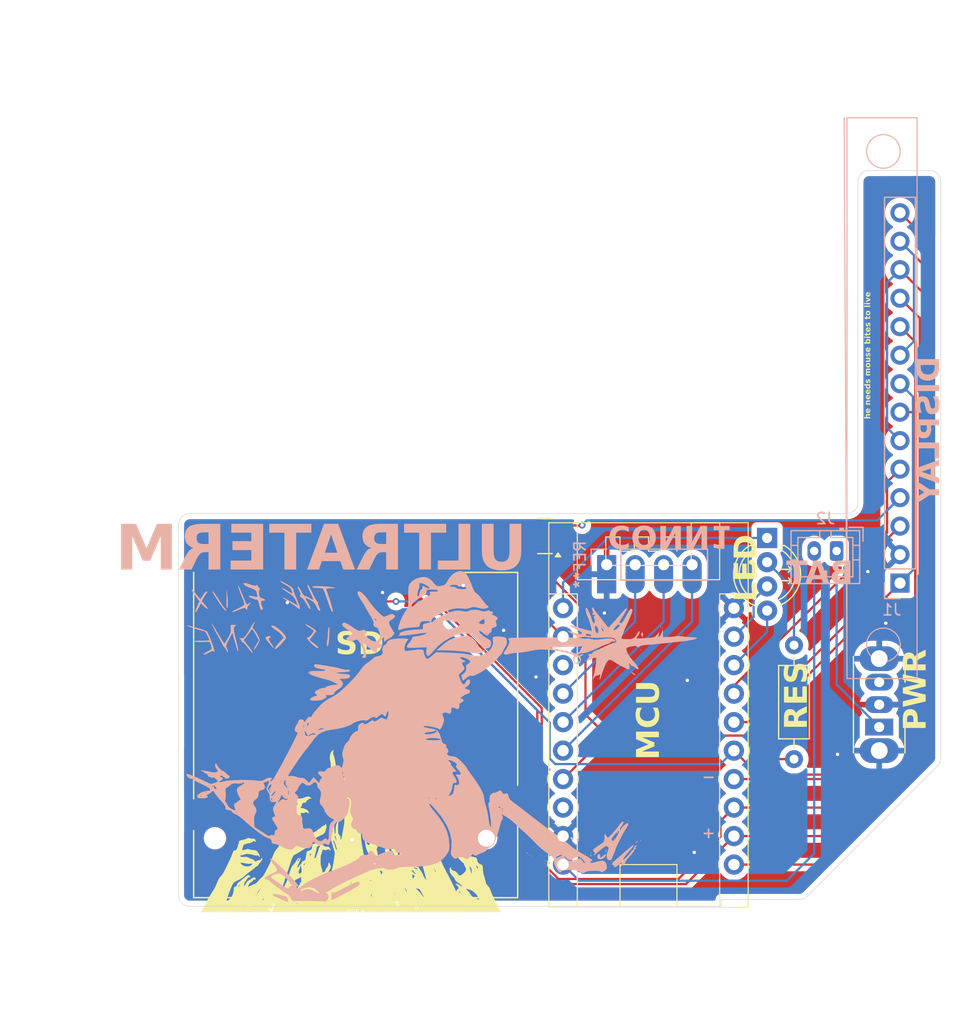
<source format=kicad_pcb>
(kicad_pcb (version 20241229) (generator "pcbnew") (generator_version "9.0")
  (layers (0 "F.Cu" signal) (2 "B.Cu" signal) (13 "F.Paste" user) (15 "B.Paste" user) (5 "F.SilkS" user "F.Silkscreen") (7 "B.SilkS" user "B.Silkscreen") (1 "F.Mask" user) (3 "B.Mask" user) (25 "Edge.Cuts" user))
  (net 0 "")
  (net 1 "GND")
  (net 2 "CLK")
  (net 3 "LCD_RES")
  (net 4 "MISO")
  (net 5 "b1")
  (net 6 "LCD_DS")
  (net 7 "TOUCH_PEN")
  (net 8 "LCD_CS")
  (net 9 "TOUCH_CS")
  (net 10 "b3")
  (net 11 "b2")
  (net 12 "MOSI")
  (net 13 "+3V3")
  (net 14 "SD CS")
  (net 15 "Net-(J2-Pin_1)")
  (net 16 "LED_G")
  (net 17 "LED_B")
  (net 18 "LED_R")
  (net 19 "Net-(LED1-A)")
  (net 20 "VBAT")
  (footprint "XAIO:AMPHENOL_10067847-001RLF" (layer "F.Cu") (at 116.765978 177.985546)
    (property "Reference" "J3" (hide yes))
    (property "Value" "SD_Card_Receptacle")
    (pad "" np_thru_hole circle (at -12.1 0) (size 1.5 1.5) (drill 1.5) (layers "*.Cu" "*.Mask"))
    (pad "" np_thru_hole circle (at 12.1 0) (size 1.5 1.5) (drill 1.5) (layers "*.Cu" "*.Mask"))
    (pad "1" smd rect (at 6.875 -24.3) (size 1 1.5) (layers "F.Cu" "F.Mask" "F.Paste") (net 14 "SD CS"))
    (pad "2" smd rect (at 4.375 -24.3) (size 1 1.5) (layers "F.Cu" "F.Mask" "F.Paste") (net 12 "MOSI"))
    (pad "3" smd rect (at 1.075 -24.3) (size 1 1.5) (layers "F.Cu" "F.Mask" "F.Paste") (net 1 "GND"))
    (pad "4" smd rect (at -0.625 -24.3) (size 1 1.5) (layers "F.Cu" "F.Mask" "F.Paste") (net 13 "+3V3"))
    (pad "5" smd rect (at -3.125 -24.3) (size 1 1.5) (layers "F.Cu" "F.Mask" "F.Paste") (net 2 "CLK"))
    (pad "6" smd rect (at -5.625 -24.3) (size 1 1.5) (layers "F.Cu" "F.Mask" "F.Paste") (net 1 "GND"))
    (pad "7" smd rect (at -8.05 -24.3) (size 1 1.5) (layers "F.Cu" "F.Mask" "F.Paste") (net 4 "MISO"))
    (pad "8" smd rect (at -9.75 -24.3) (size 1 1.5) (layers "F.Cu" "F.Mask" "F.Paste"))
    (pad "9" smd rect (at 9.375 -24.3) (size 1 1.5) (layers "F.Cu" "F.Mask" "F.Paste"))
    (pad "CD" smd rect (at 2.725 -24.3) (size 1 1.5) (layers "F.Cu" "F.Mask" "F.Paste"))
    (pad "G1" smd rect (at -13.6 -2.1) (size 1.2 2.2) (layers "F.Cu" "F.Mask" "F.Paste"))
    (pad "G2" smd rect (at 14.4 -3.3) (size 1.2 2.2) (layers "F.Cu" "F.Mask" "F.Paste"))
    (pad "WP" smd rect (at -13.1 -24.3) (size 1 1.5) (layers "F.Cu" "F.Mask" "F.Paste"))
    (zone (net 0) (net_name "") (layer "F.Cu") (connect_pads (clearance 0)) (min_thickness 0.01)
      (keepout (tracks not_allowed) (vias not_allowed) (pads not_allowed) (copperpour not_allowed) (footprints allowed))
      (fill (thermal_gap 0.508) (thermal_bridge_width 0.508))
      (polygon (pts (xy 102.065978 163.485546) (xy 103.265978 163.485546) (xy 103.265978 169.785546) (xy 102.065978 169.785546)))
    )
    (zone (net 0) (net_name "") (layer "F.Cu") (connect_pads (clearance 0)) (min_thickness 0.01)
      (keepout (tracks not_allowed) (vias not_allowed) (pads not_allowed) (copperpour not_allowed) (footprints allowed))
      (fill (thermal_gap 0.508) (thermal_bridge_width 0.508))
      (polygon (pts (xy 106.455978 160.385546) (xy 107.555978 160.385546) (xy 107.555978 162.385546) (xy 106.455978 162.385546)))
    )
    (zone (net 0) (net_name "") (layer "F.Cu") (connect_pads (clearance 0)) (min_thickness 0.01)
      (keepout (tracks not_allowed) (vias not_allowed) (pads not_allowed) (copperpour not_allowed) (footprints allowed))
      (fill (thermal_gap 0.508) (thermal_bridge_width 0.508))
      (polygon (pts (xy 108.155978 160.385546) (xy 109.255978 160.385546) (xy 109.255978 162.385546) (xy 108.155978 162.385546)))
    )
    (zone (net 0) (net_name "") (layer "F.Cu") (connect_pads (clearance 0)) (min_thickness 0.01)
      (keepout (tracks not_allowed) (vias not_allowed) (pads not_allowed) (copperpour not_allowed) (footprints allowed))
      (fill (thermal_gap 0.508) (thermal_bridge_width 0.508))
      (polygon (pts (xy 110.585978 160.385546) (xy 111.685978 160.385546) (xy 111.685978 162.385546) (xy 110.585978 162.385546)))
    )
    (zone (net 0) (net_name "") (layer "F.Cu") (connect_pads (clearance 0)) (min_thickness 0.01)
      (keepout (tracks not_allowed) (vias not_allowed) (pads not_allowed) (copperpour not_allowed) (footprints allowed))
      (fill (thermal_gap 0.508) (thermal_bridge_width 0.508))
      (polygon (pts (xy 113.085978 160.385546) (xy 114.185978 160.385546) (xy 114.185978 162.385546) (xy 113.085978 162.385546)))
    )
    (zone (net 0) (net_name "") (layer "F.Cu") (connect_pads (clearance 0)) (min_thickness 0.01)
      (keepout (tracks not_allowed) (vias not_allowed) (pads not_allowed) (copperpour not_allowed) (footprints allowed))
      (fill (thermal_gap 0.508) (thermal_bridge_width 0.508))
      (polygon (pts (xy 115.585978 160.785546) (xy 116.685978 160.785546) (xy 116.685978 162.785546) (xy 115.585978 162.785546)))
    )
    (zone (net 0) (net_name "") (layer "F.Cu") (connect_pads (clearance 0)) (min_thickness 0.01)
      (keepout (tracks not_allowed) (vias not_allowed) (pads not_allowed) (copperpour not_allowed) (footprints allowed))
      (fill (thermal_gap 0.508) (thermal_bridge_width 0.508))
      (polygon (pts (xy 117.685978 160.285546) (xy 119.585978 160.285546) (xy 119.585978 162.785546) (xy 117.685978 162.785546)))
    )
    (zone (net 0) (net_name "") (layer "F.Cu") (connect_pads (clearance 0)) (min_thickness 0.01)
      (keepout (tracks not_allowed) (vias not_allowed) (pads not_allowed) (copperpour not_allowed) (footprints allowed))
      (fill (thermal_gap 0.508) (thermal_bridge_width 0.508))
      (polygon (pts (xy 120.585978 160.485546) (xy 121.685978 160.485546) (xy 121.685978 162.485546) (xy 120.585978 162.485546)))
    )
    (zone (net 0) (net_name "") (layer "F.Cu") (connect_pads (clearance 0)) (min_thickness 0.01)
      (keepout (tracks not_allowed) (vias not_allowed) (pads not_allowed) (copperpour not_allowed) (footprints allowed))
      (fill (thermal_gap 0.508) (thermal_bridge_width 0.508))
      (polygon (pts (xy 123.085978 159.685546) (xy 124.185978 159.685546) (xy 124.185978 162.185546) (xy 123.085978 162.185546)))
    )
    (zone (net 0) (net_name "") (layer "F.Cu") (connect_pads (clearance 0)) (min_thickness 0.01)
      (keepout (tracks not_allowed) (vias not_allowed) (pads not_allowed) (copperpour not_allowed) (footprints allowed))
      (fill (thermal_gap 0.508) (thermal_bridge_width 0.508))
      (polygon (pts (xy 125.585978 162.785546) (xy 126.685978 162.785546) (xy 126.685978 164.785546) (xy 125.585978 164.785546)))
    )
  )
  (footprint "Package_TO_SOT_SMD:SOT-23" (layer "F.Cu") (at 134.103479 151.048046 180)
    (property "Reference" "U2" (hide yes))
    (property "Value" "LM809")
    (pad "1" smd roundrect (at -0.9375 -0.95 180) (size 1.475 0.6) (layers "F.Cu" "F.Mask" "F.Paste") (net 1 "GND"))
    (pad "2" smd roundrect (at -0.9375 0.95 180) (size 1.475 0.6) (layers "F.Cu" "F.Mask" "F.Paste") (net 3 "LCD_RES"))
    (pad "3" smd roundrect (at 0.937501 0 180) (size 1.475 0.6) (layers "F.Cu" "F.Mask" "F.Paste") (net 13 "+3V3"))
  )
  (footprint "PCM_LED_THT_AKL:LED_D5.0mm-4_RGB_Wide_Pins" (layer "F.Cu") (at 153.915978 151.214045 -90)
    (property "Reference" "LED1" (hide yes))
    (property "Value" "LED_5mm_RGB_Kcom_RKGB" (hide yes))
    (pad "1" thru_hole rect (at 0 0 270) (size 1.8 1.8) (drill 0.9) (layers "*.Cu" "*.Mask") (net 18 "LED_R"))
    (pad "2" thru_hole circle (at 2.159001 0 270) (size 1.8 1.8) (drill 0.9) (layers "*.Cu" "*.Mask") (net 19 "Net-(LED1-A)"))
    (pad "3" thru_hole circle (at 4.318 0 270) (size 1.8 1.8) (drill 0.9) (layers "*.Cu" "*.Mask") (net 16 "LED_G"))
    (pad "4" thru_hole circle (at 6.477001 0 270) (size 1.8 1.8) (drill 0.9) (layers "*.Cu" "*.Mask") (net 17 "LED_B"))
  )
  (footprint "LOGO" (layer "F.Cu") (at 116.839583 171.721616)
    (property "Reference" "G***" (hide yes))
    (property "Value" "LOGO" (hide yes))
  )
  (footprint "Button_Switch_THT:SW_Slide_SPDT_Angled_CK_OS102011MA1Q" (layer "F.Cu") (at 163.915978 168.073046 90)
    (property "Reference" "SW4" (hide yes))
    (property "Value" "SW_SPST")
    (pad "" thru_hole oval (at -2.1 0 90) (size 2.2 3.5) (drill 1.5) (layers "*.Cu" "*.Mask") (net 1 "GND"))
    (pad "" thru_hole oval (at 6.099999 0 90) (size 2.2 3.5) (drill 1.5) (layers "*.Cu" "*.Mask") (net 1 "GND"))
    (pad "1" thru_hole rect (at 0 0 90) (size 1.5 2.5) (drill 0.9) (layers "*.Cu" "*.Mask") (net 15 "Net-(J2-Pin_1)"))
    (pad "2" thru_hole oval (at 2.000001 0 90) (size 1.5 2.5) (drill 0.9) (layers "*.Cu" "*.Mask") (net 1 "GND"))
    (pad "3" thru_hole oval (at 4 0 90) (size 1.5 2.5) (drill 0.9) (layers "*.Cu" "*.Mask"))
  )
  (footprint "Resistor_THT:R_Axial_DIN0207_L6.3mm_D2.5mm_P10.16mm_Horizontal" (layer "F.Cu") (at 156.315978 170.933046 90)
    (property "Reference" "R1" (hide yes))
    (property "Value" "33ohm")
    (pad "1" thru_hole circle (at 0 0 90) (size 1.6 1.6) (drill 0.8) (layers "*.Cu" "*.Mask") (net 13 "+3V3"))
    (pad "2" thru_hole oval (at 10.16 0 90) (size 1.6 1.6) (drill 0.8) (layers "*.Cu" "*.Mask") (net 19 "Net-(LED1-A)"))
  )
  (footprint "RF_Module:TINYPICO" (layer "F.Cu") (at 143.335978 175.253046 180)
    (property "Reference" "U3" (hide yes))
    (property "Value" "~")
    (pad "1" thru_hole circle (at -7.62 -5.08 180) (size 1.8 1.8) (drill 1.016) (layers "*.Cu" "*.Mask") (net 7 "TOUCH_PEN"))
    (pad "2" thru_hole circle (at -7.62 -2.54 180) (size 1.8 1.8) (drill 1.016) (layers "*.Cu" "*.Mask") (net 4 "MISO"))
    (pad "3" thru_hole circle (at -7.62 0 180) (size 1.8 1.8) (drill 1.016) (layers "*.Cu" "*.Mask") (net 12 "MOSI"))
    (pad "4" thru_hole circle (at -7.62 2.54 180) (size 1.8 1.8) (drill 1.016) (layers "*.Cu" "*.Mask") (net 9 "TOUCH_CS"))
    (pad "5" thru_hole circle (at -7.62 5.08 180) (size 1.8 1.8) (drill 1.016) (layers "*.Cu" "*.Mask") (net 2 "CLK"))
    (pad "6" thru_hole circle (at -7.62 7.62 180) (size 1.8 1.8) (drill 1.016) (layers "*.Cu" "*.Mask") (net 8 "LCD_CS"))
    (pad "7" thru_hole circle (at -7.62 10.16 180) (size 1.8 1.8) (drill 1.016) (layers "*.Cu" "*.Mask") (net 6 "LCD_DS"))
    (pad "8" thru_hole circle (at -7.62 12.7 180) (size 1.8 1.8) (drill 1.016) (layers "*.Cu" "*.Mask") (net 17 "LED_B"))
    (pad "9" thru_hole circle (at -7.62 15.24 180) (size 1.8 1.8) (drill 1.016) (layers "*.Cu" "*.Mask") (net 16 "LED_G"))
    (pad "10" thru_hole circle (at -7.62 17.78 180) (size 1.8 1.8) (drill 1.016) (layers "*.Cu" "*.Mask") (net 1 "GND"))
    (pad "11" thru_hole circle (at 7.62 -5.08 180) (size 1.8 1.8) (drill 1.016) (layers "*.Cu" "*.Mask") (net 20 "VBAT"))
    (pad "12" thru_hole circle (at 7.62 -2.54 180) (size 1.8 1.8) (drill 1.016) (layers "*.Cu" "*.Mask") (net 1 "GND"))
    (pad "13" thru_hole circle (at 7.62 0 180) (size 1.8 1.8) (drill 1.016) (layers "*.Cu" "*.Mask"))
    (pad "14" thru_hole circle (at 7.62 2.54 180) (size 1.8 1.8) (drill 1.016) (layers "*.Cu" "*.Mask") (net 13 "+3V3"))
    (pad "15" thru_hole circle (at 7.62 5.08 180) (size 1.8 1.8) (drill 1.016) (layers "*.Cu" "*.Mask") (net 10 "b3"))
    (pad "16" thru_hole circle (at 7.62 7.62 180) (size 1.8 1.8) (drill 1.016) (layers "*.Cu" "*.Mask") (net 11 "b2"))
    (pad "17" thru_hole circle (at 7.62 10.16 180) (size 1.8 1.8) (drill 1.016) (layers "*.Cu" "*.Mask") (net 5 "b1"))
    (pad "18" thru_hole circle (at 7.62 12.7 180) (size 1.8 1.8) (drill 1.016) (layers "*.Cu" "*.Mask"))
    (pad "19" thru_hole circle (at 7.62 15.24 180) (size 1.8 1.8) (drill 1.016) (layers "*.Cu" "*.Mask") (net 14 "SD CS"))
    (pad "20" thru_hole circle (at 7.62 17.78 180) (size 1.8 1.8) (drill 1.016) (layers "*.Cu" "*.Mask") (net 18 "LED_R"))
  )
  (footprint "Connector_PinHeader_2.54mm:PinHeader_1x14_P2.54mm_Vertical" (layer "B.Cu") (at 166.540978 138.748046)
    (property "Reference" "J1" (at -1.5 18.87 180) (layer "B.SilkS") (effects (justify mirror)))
    (property "Value" "ILI9341")
    (pad "1" thru_hole rect (at -0.77 16.49) (size 1.7 1.7) (drill 1) (layers "*.Cu" "*.Mask") (net 13 "+3V3"))
    (pad "2" thru_hole circle (at -0.77 13.95) (size 1.7 1.7) (drill 1) (layers "*.Cu" "*.Mask") (net 1 "GND"))
    (pad "3" thru_hole circle (at -0.77 11.41) (size 1.7 1.7) (drill 1) (layers "*.Cu" "*.Mask") (net 8 "LCD_CS"))
    (pad "4" thru_hole circle (at -0.77 8.87) (size 1.7 1.7) (drill 1) (layers "*.Cu" "*.Mask") (net 3 "LCD_RES"))
    (pad "5" thru_hole circle (at -0.77 6.33) (size 1.7 1.7) (drill 1) (layers "*.Cu" "*.Mask") (net 6 "LCD_DS"))
    (pad "6" thru_hole circle (at -0.77 3.79) (size 1.7 1.7) (drill 1) (layers "*.Cu" "*.Mask") (net 12 "MOSI"))
    (pad "7" thru_hole circle (at -0.77 1.25) (size 1.7 1.7) (drill 1) (layers "*.Cu" "*.Mask") (net 2 "CLK"))
    (pad "8" thru_hole circle (at -0.77 -1.29) (size 1.7 1.7) (drill 1) (layers "*.Cu" "*.Mask") (net 13 "+3V3"))
    (pad "9" thru_hole circle (at -0.77 -3.83) (size 1.7 1.7) (drill 1) (layers "*.Cu" "*.Mask") (net 4 "MISO"))
    (pad "10" thru_hole circle (at -0.77 -6.37) (size 1.7 1.7) (drill 1) (layers "*.Cu" "*.Mask") (net 2 "CLK"))
    (pad "11" thru_hole circle (at -0.77 -8.91) (size 1.7 1.7) (drill 1) (layers "*.Cu" "*.Mask") (net 9 "TOUCH_CS"))
    (pad "12" thru_hole circle (at -0.77 -11.45) (size 1.7 1.7) (drill 1) (layers "*.Cu" "*.Mask") (net 12 "MOSI"))
    (pad "13" thru_hole circle (at -0.77 -13.99) (size 1.7 1.7) (drill 1) (layers "*.Cu" "*.Mask") (net 4 "MISO"))
    (pad "14" thru_hole circle (at -0.77 -16.53) (size 1.7 1.7) (drill 1) (layers "*.Cu" "*.Mask") (net 7 "TOUCH_PEN"))
  )
  (footprint "Connector_PinHeader_2.54mm:PinHeader_1x04_P2.54mm_Vertical" (layer "B.Cu") (at 139.605978 153.595546 -90)
    (property "Reference" "REF**" (at 0 2.38 90) (layer "B.SilkS") (effects (justify mirror)))
    (property "Value" "PinHeader_1x04_P2.54mm_Vertical")
    (pad "1" thru_hole rect (at 0 0 270) (size 3.4 1.7) (drill 1 (offset 0.85 0)) (layers "*.Cu" "*.Mask") (net 1 "GND"))
    (pad "2" thru_hole roundrect (at 0 -2.54 270) (size 3.4 1.7) (drill 1 (offset 0.85 0)) (layers "*.Cu" "*.Mask") (roundrect_rratio 0.5) (net 5 "b1"))
    (pad "3" thru_hole roundrect (at 0 -5.079999 270) (size 3.4 1.7) (drill 1 (offset 0.85 0)) (layers "*.Cu" "*.Mask") (roundrect_rratio 0.5) (net 11 "b2"))
    (pad "4" thru_hole roundrect (at 0 -7.62 270) (size 3.4 1.7) (drill 1 (offset 0.85 0)) (layers "*.Cu" "*.Mask") (roundrect_rratio 0.5) (net 10 "b3"))
  )
  (footprint "LOGO" (layer "B.Cu") (at 125.493645 169.406664 180)
    (property "Reference" "G***" (hide yes))
    (property "Value" "LOGO" (hide yes))
  )
  (footprint "Connector_JST:JST_PH_B2B-PH-K_1x02_P2.00mm_Vertical" (layer "B.Cu") (at 160.115978 152.373046 180)
    (property "Reference" "J2" (at 1 2.9 0) (layer "B.SilkS") (effects (justify mirror)))
    (property "Value" "Battery_plug")
    (pad "1" thru_hole roundrect (at 0 0 180) (size 1.2 1.75) (drill 0.75) (layers "*.Cu" "*.Mask") (roundrect_rratio 0.208333) (net 15 "Net-(J2-Pin_1)"))
    (pad "2" thru_hole oval (at 2.000001 0 180) (size 1.2 1.75) (drill 0.75) (layers "*.Cu" "*.Mask") (net 20 "VBAT"))
  )
  (gr_line (start 149.815978 184.048046) (end 149.815978 183.448046) (stroke (width 0.05)) (layer "Edge.Cuts"))
  (gr_arc (start 157.501764 183.148046) (mid 157.177335 183.364815) (end 156.794657 183.440939) (stroke (width 0.05)) (layer "Edge.Cuts"))
  (gr_line (start 162.015978 145.148046) (end 162.015978 128.148046) (stroke (width 0.05)) (layer "Edge.Cuts"))
  (gr_arc (start 168.408871 118.448046) (mid 169.115982 118.740937) (end 169.408871 119.448046) (stroke (width 0.05)) (layer "Edge.Cuts"))
  (gr_line (start 149.815978 183.448046) (end 156.803534 183.440939) (stroke (width 0.05)) (layer "Edge.Cuts"))
  (gr_arc (start 102.415978 184.048046) (mid 101.708871 183.755153) (end 101.415978 183.048046) (stroke (width 0.05)) (layer "Edge.Cuts"))
  (gr_line (start 102.415978 184.048046) (end 149.815978 184.048046) (stroke (width 0.05)) (layer "Edge.Cuts"))
  (gr_line (start 161.015978 149.048046) (end 102.415978 149.048046) (stroke (width 0.05)) (layer "Edge.Cuts"))
  (gr_arc (start 162.015978 148.048046) (mid 161.723085 148.755153) (end 161.015978 149.048046) (stroke (width 0.05)) (layer "Edge.Cuts"))
  (gr_line (start 162.015978 148.048046) (end 162.015978 145.148046) (stroke (width 0.05)) (layer "Edge.Cuts"))
  (gr_line (start 162.015978 128.148046) (end 162.015978 119.455146) (stroke (width 0.05)) (layer "Edge.Cuts"))
  (gr_line (start 101.415978 150.048046) (end 101.415978 183.048046) (stroke (width 0.05)) (layer "Edge.Cuts"))
  (gr_arc (start 101.415978 150.048046) (mid 101.708871 149.340939) (end 102.415978 149.048046) (stroke (width 0.05)) (layer "Edge.Cuts"))
  (gr_arc (start 162.015978 119.455153) (mid 162.308869 118.748042) (end 163.015978 118.455153) (stroke (width 0.05)) (layer "Edge.Cuts"))
  (gr_line (start 169.408871 170.826725) (end 169.408871 119.451787) (stroke (width 0.05)) (layer "Edge.Cuts"))
  (gr_line (start 168.408878 118.448046) (end 163.015978 118.455153) (stroke (width 0.05)) (layer "Edge.Cuts"))
  (gr_arc (start 169.408871 170.826725) (mid 169.332757 171.209412) (end 169.115978 171.533832) (stroke (width 0.05)) (layer "Edge.Cuts"))
  (gr_line (start 157.501764 183.148046) (end 169.115978 171.533832) (stroke (width 0.05)) (layer "Edge.Cuts"))
  (gr_text "LED" (at 153.300978 156.908046 90) (layer "F.SilkS") (effects (font (size 2 2) (thickness 0.3) (bold yes)) (justify left bottom)))
  (gr_text "he needs mouse bites to live" (at 163.200978 140.608046 90) (layer "F.SilkS") (effects (font (size 0.5 0.5) (thickness 0.125) (bold yes)) (justify left bottom)))
  (gr_text "SD" (at 115.400978 161.908046 0) (layer "F.SilkS") (effects (font (size 2 2) (thickness 0.3) (bold yes)) (justify left bottom)))
  (gr_text "MCU" (at 144.600978 171.008046 90) (layer "F.SilkS") (effects (font (size 2 2) (thickness 0.3) (bold yes)) (justify left bottom)))
  (gr_text "RES" (at 157.800978 168.308046 90) (layer "F.SilkS") (effects (font (size 2 2) (thickness 0.3) (bold yes)) (justify left bottom)))
  (gr_text "PWR" (at 168.400978 168.408046 90) (layer "F.SilkS") (effects (font (size 2 2) (thickness 0.3) (bold yes)) (justify left bottom)))
  (gr_text "-\n" (at 149.415978 172.048046 180) (layer "B.SilkS") (effects (font (size 1 1)) (justify left bottom)))
  (gr_text "CONN1" (at 139.700978 149.808046 180) (layer "B.SilkS") (effects (font (size 2 2) (thickness 0.3) (bold yes)) (justify left bottom mirror)))
  (gr_text "BAT" (at 161.600978 155.608046 0) (layer "B.SilkS") (effects (font (size 2 2) (thickness 0.3) (bold yes)) (justify left bottom mirror)))
  (gr_text "DISPLAY" (at 169.600978 135.008046 90) (layer "B.SilkS") (effects (font (size 2 2) (thickness 0.3) (bold yes)) (justify left bottom mirror)))
  (gr_text "+" (at 149.415978 177.048046 180) (layer "B.SilkS") (effects (font (size 1 1)) (justify left bottom)))
  (gr_text "ULTRATERM" (at 132.500978 154.708046 0) (layer "B.SilkS") (effects (font (size 4 4) (thickness 0.3) (bold yes)) (justify left bottom mirror)))
  (via (at 133.300978 163.608046) (size 0.6) (drill 0.3) (layers "F.Cu" "B.Cu") (net 1))
  (via (at 147.415978 179.248046) (size 0.6) (drill 0.3) (layers "F.Cu" "B.Cu") (net 1))
  (via (at 139.400978 157.908046) (size 0.6) (drill 0.3) (layers "F.Cu" "B.Cu") (net 1))
  (via (at 119.615978 156.073046) (size 0.6) (drill 0.3) (layers "F.Cu" "B.Cu") (net 1))
  (via (at 116.900978 178.108046) (size 0.6) (drill 0.3) (layers "F.Cu" "B.Cu") (net 1))
  (via (at 160.200978 170.508046) (size 0.6) (drill 0.3) (layers "F.Cu" "B.Cu") (net 1))
  (via (at 162.900978 154.208046) (size 0.6) (drill 0.3) (layers "F.Cu" "B.Cu") (net 1))
  (via (at 111.115978 156.973046) (size 0.6) (drill 0.3) (layers "F.Cu" "B.Cu") (net 1))
  (via (at 126.815978 155.448046) (size 0.6) (drill 0.3) (layers "F.Cu" "B.Cu") (net 1))
  (via (at 164.500978 158.808046) (size 0.6) (drill 0.3) (layers "F.Cu" "B.Cu") (net 1))
  (via (at 130.415978 159.448046) (size 0.6) (drill 0.3) (layers "F.Cu" "B.Cu") (net 1))
  (via (at 146.800978 163.908046) (size 0.6) (drill 0.3) (layers "F.Cu" "B.Cu") (net 1))
  (segment (start 163.915978 162.273046) (end 163.515978 162.673046) (width 0.2) (layer "B.Cu") (net 1))
  (segment (start 163.915978 161.973047) (end 163.915978 162.273046) (width 0.2) (layer "B.Cu") (net 1))
  (segment (start 165.770978 139.998046) (end 167.101865 139.998046) (width 0.2) (layer "F.Cu") (net 2))
  (segment (start 165.219422 172.312046) (end 153.094978 172.312046) (width 0.2) (layer "F.Cu") (net 2))
  (segment (start 167.101865 139.998046) (end 167.126865 139.973046) (width 0.2) (layer "F.Cu") (net 2))
  (segment (start 116.828478 156.873046) (end 120.815978 156.873046) (width 0.2) (layer "F.Cu") (net 2))
  (segment (start 167.126865 133.733933) (end 167.126865 139.973046) (width 0.2) (layer "F.Cu") (net 2))
  (segment (start 167.126865 139.973046) (end 167.126865 170.404603) (width 0.2) (layer "F.Cu") (net 2))
  (segment (start 113.640978 153.685546) (end 116.828478 156.873046) (width 0.2) (layer "F.Cu") (net 2))
  (segment (start 165.770978 132.378046) (end 167.126865 133.733933) (width 0.2) (layer "F.Cu") (net 2))
  (segment (start 153.094978 172.312046) (end 150.955978 170.173046) (width 0.2) (layer "F.Cu") (net 2))
  (segment (start 167.126865 170.404603) (end 165.219422 172.312046) (width 0.2) (layer "F.Cu") (net 2))
  (via (at 120.815978 156.873046) (size 0.6) (drill 0.3) (layers "F.Cu" "B.Cu") (net 2))
  (segment (start 150.955978 170.173046) (end 149.754978 171.374046) (width 0.2) (layer "B.Cu") (net 2))
  (segment (start 135.015978 171.374046) (end 134.515978 170.874046) (width 0.2) (layer "B.Cu") (net 2))
  (segment (start 149.754978 171.374046) (end 135.015978 171.374046) (width 0.2) (layer "B.Cu") (net 2))
  (segment (start 134.515978 170.874046) (end 134.515978 167.673046) (width 0.2) (layer "B.Cu") (net 2))
  (segment (start 123.715978 156.873046) (end 120.815978 156.873046) (width 0.2) (layer "B.Cu") (net 2))
  (segment (start 134.515978 167.673046) (end 123.715978 156.873046) (width 0.2) (layer "B.Cu") (net 2))
  (segment (start 137.390978 150.098046) (end 135.040979 150.098046) (width 0.2) (layer "F.Cu") (net 3))
  (segment (start 137.415978 150.073046) (end 137.390978 150.098046) (width 0.2) (layer "F.Cu") (net 3))
  (via (at 137.415978 150.073046) (size 0.6) (drill 0.3) (layers "F.Cu" "B.Cu") (net 3))
  (segment (start 163.739978 149.649046) (end 165.770978 147.618046) (width 0.2) (layer "B.Cu") (net 3))
  (segment (start 137.415978 150.073046) (end 137.839978 149.649046) (width 0.2) (layer "B.Cu") (net 3))
  (segment (start 164.115978 149.273046) (end 165.770978 147.618046) (width 0.2) (layer "B.Cu") (net 3))
  (segment (start 137.839978 149.649046) (end 163.739978 149.649046) (width 0.2) (layer "B.Cu") (net 3))
  (segment (start 150.955978 178.033046) (end 150.915978 178.073046) (width 0.2) (layer "F.Cu") (net 4))
  (segment (start 124.815978 157.973046) (end 113.003478 157.973046) (width 0.2) (layer "F.Cu") (net 4))
  (segment (start 150.915978 178.073046) (end 151.115978 178.073046) (width 0.2) (layer "F.Cu") (net 4))
  (segment (start 113.003478 157.973046) (end 108.715978 153.685546) (width 0.2) (layer "F.Cu") (net 4))
  (segment (start 161.439722 177.793046) (end 150.955978 177.793046) (width 0.2) (layer "F.Cu") (net 4))
  (segment (start 135.191407 182.074046) (end 133.415978 180.298617) (width 0.2) (layer "F.Cu") (net 4))
  (segment (start 146.674978 182.074046) (end 135.191407 182.074046) (width 0.2) (layer "F.Cu") (net 4))
  (segment (start 133.415978 180.298617) (end 133.415978 166.573046) (width 0.2) (layer "F.Cu") (net 4))
  (segment (start 150.955978 177.793046) (end 146.674978 182.074046) (width 0.2) (layer "F.Cu") (net 4))
  (segment (start 150.955978 177.793046) (end 150.955978 178.033046) (width 0.2) (layer "F.Cu") (net 4))
  (segment (start 165.770978 124.758046) (end 168.329865 127.316933) (width 0.2) (layer "F.Cu") (net 4))
  (segment (start 168.329865 127.316933) (end 168.329865 170.902903) (width 0.2) (layer "F.Cu") (net 4))
  (segment (start 168.329865 170.902903) (end 161.439722 177.793046) (width 0.2) (layer "F.Cu") (net 4))
  (segment (start 133.415978 166.573046) (end 124.815978 157.973046) (width 0.2) (layer "F.Cu") (net 4))
  (segment (start 167.015978 133.673046) (end 167.015978 126.003046) (width 0.2) (layer "B.Cu") (net 4))
  (segment (start 165.770978 134.918046) (end 167.015978 133.673046) (width 0.2) (layer "B.Cu") (net 4))
  (segment (start 167.015978 126.003046) (end 165.770978 124.758046) (width 0.2) (layer "B.Cu") (net 4))
  (segment (start 142.145978 153.595546) (end 142.145978 158.663046) (width 0.2) (layer "B.Cu") (net 5))
  (segment (start 136.415978 164.773046) (end 136.095978 165.093046) (width 0.2) (layer "B.Cu") (net 5))
  (segment (start 136.095978 165.093046) (end 135.715978 165.093046) (width 0.2) (layer "B.Cu") (net 5))
  (segment (start 142.145978 158.663046) (end 135.715978 165.093046) (width 0.2) (layer "B.Cu") (net 5))
  (segment (start 150.955978 165.093046) (end 150.955978 164.405946) (width 0.2) (layer "F.Cu") (net 6))
  (segment (start 164.619978 150.741946) (end 164.619978 146.229046) (width 0.2) (layer "F.Cu") (net 6))
  (segment (start 150.955978 164.405946) (end 164.619978 150.741946) (width 0.2) (layer "F.Cu") (net 6))
  (segment (start 164.619978 146.229046) (end 165.770978 145.078046) (width 0.2) (layer "F.Cu") (net 6))
  (segment (start 168.730865 125.177933) (end 165.770978 122.218046) (width 0.2) (layer "F.Cu") (net 7))
  (segment (start 150.955978 180.333046) (end 159.466822 180.333046) (width 0.2) (layer "F.Cu") (net 7))
  (segment (start 168.597842 171.202026) (end 168.730865 171.057373) (width 0.2) (layer "F.Cu") (net 7))
  (segment (start 159.466822 180.333046) (end 168.597842 171.202026) (width 0.2) (layer "F.Cu") (net 7))
  (segment (start 168.730865 171.057373) (end 168.730865 125.177933) (width 0.2) (layer "F.Cu") (net 7))
  (segment (start 164.260978 151.668046) (end 165.770978 150.158046) (width 0.2) (layer "F.Cu") (net 8))
  (segment (start 150.955978 167.633046) (end 152.22877 167.633046) (width 0.2) (layer "F.Cu") (net 8))
  (segment (start 164.260978 155.600838) (end 164.260978 151.668046) (width 0.2) (layer "F.Cu") (net 8))
  (segment (start 152.22877 167.633046) (end 164.260978 155.600838) (width 0.2) (layer "F.Cu") (net 8))
  (segment (start 167.527865 131.594933) (end 167.527865 170.570703) (width 0.2) (layer "F.Cu") (net 9))
  (segment (start 165.770978 129.838046) (end 167.527865 131.594933) (width 0.2) (layer "F.Cu") (net 9))
  (segment (start 165.385522 172.713046) (end 150.955978 172.713046) (width 0.2) (layer "F.Cu") (net 9))
  (segment (start 167.527865 170.570703) (end 165.385522 172.713046) (width 0.2) (layer "F.Cu") (net 9))
  (segment (start 147.225978 158.663046) (end 147.225978 153.595546) (width 0.2) (layer "B.Cu") (net 10))
  (segment (start 135.715978 170.173046) (end 147.225978 158.663046) (width 0.2) (layer "B.Cu") (net 10))
  (segment (start 144.685977 158.663047) (end 135.715978 167.633046) (width 0.2) (layer "B.Cu") (net 11))
  (segment (start 144.685977 153.595546) (end 144.685977 158.663047) (width 0.2) (layer "B.Cu") (net 11))
  (segment (start 126.222228 158.766796) (end 126.222228 158.779296) (width 0.2) (layer "F.Cu") (net 12))
  (segment (start 149.754978 177.873046) (end 149.754978 176.454046) (width 0.2) (layer "F.Cu") (net 12))
  (segment (start 163.412622 175.253046) (end 167.928865 170.736803) (width 0.2) (layer "F.Cu") (net 12))
  (segment (start 150.955978 175.253046) (end 163.412622 175.253046) (width 0.2) (layer "F.Cu") (net 12))
  (segment (start 133.816978 180.132517) (end 135.303957 181.619496) (width 0.2) (layer "F.Cu") (net 12))
  (segment (start 167.928865 129.455933) (end 165.770978 127.298046) (width 0.2) (layer "F.Cu") (net 12))
  (segment (start 149.754978 176.454046) (end 150.955978 175.253046) (width 0.2) (layer "F.Cu") (net 12))
  (segment (start 121.140978 153.685546) (end 126.222228 158.766796) (width 0.2) (layer "F.Cu") (net 12))
  (segment (start 135.303957 181.619496) (end 146.008528 181.619496) (width 0.2) (layer "F.Cu") (net 12))
  (segment (start 126.222228 158.779296) (end 133.816978 166.374046) (width 0.2) (layer "F.Cu") (net 12))
  (segment (start 133.816978 166.374046) (end 133.816978 180.132517) (width 0.2) (layer "F.Cu") (net 12))
  (segment (start 167.928865 170.736803) (end 167.928865 129.455933) (width 0.2) (layer "F.Cu") (net 12))
  (segment (start 146.008528 181.619496) (end 149.754978 177.873046) (width 0.2) (layer "F.Cu") (net 12))
  (segment (start 164.619978 141.387046) (end 165.770978 142.538046) (width 0.2) (layer "B.Cu") (net 12))
  (segment (start 164.619978 128.449046) (end 164.619978 141.387046) (width 0.2) (layer "B.Cu") (net 12))
  (segment (start 165.770978 127.298046) (end 164.619978 128.449046) (width 0.2) (layer "B.Cu") (net 12))
  (segment (start 152.776978 168.834046) (end 154.875978 170.933046) (width 0.2) (layer "F.Cu") (net 13))
  (segment (start 154.875978 170.933046) (end 156.315978 170.933046) (width 0.2) (layer "F.Cu") (net 13))
  (segment (start 139.594978 168.834046) (end 137.715978 166.955046) (width 0.2) (layer "F.Cu") (net 13))
  (segment (start 133.165978 153.224575) (end 137.715978 157.774575) (width 0.2) (layer "F.Cu") (net 13))
  (segment (start 165.770978 155.238046) (end 152.776978 168.232046) (width 0.2) (layer "F.Cu") (net 13))
  (segment (start 133.165978 151.048046) (end 117.660978 151.048046) (width 0.2) (layer "F.Cu") (net 13))
  (segment (start 137.385978 171.043046) (end 135.715978 172.713046) (width 0.2) (layer "F.Cu") (net 13))
  (segment (start 152.776978 168.232046) (end 152.776978 168.834046) (width 0.2) (layer "F.Cu") (net 13))
  (segment (start 137.715978 170.713046) (end 137.385978 171.043046) (width 0.2) (layer "F.Cu") (net 13))
  (segment (start 139.594978 168.834046) (end 152.715978 168.834046) (width 0.2) (layer "F.Cu") (net 13))
  (segment (start 152.715978 168.834046) (end 152.776978 168.834046) (width 0.2) (layer "F.Cu") (net 13))
  (segment (start 116.140978 152.568046) (end 116.140978 153.685546) (width 0.2) (layer "F.Cu") (net 13))
  (segment (start 133.165978 151.048046) (end 133.165978 153.224575) (width 0.2) (layer "F.Cu") (net 13))
  (segment (start 117.660978 151.048046) (end 116.140978 152.568046) (width 0.2) (layer "F.Cu") (net 13))
  (segment (start 137.715978 157.774575) (end 137.715978 158.173046) (width 0.2) (layer "F.Cu") (net 13))
  (segment (start 137.385978 171.043046) (end 139.594978 168.834046) (width 0.2) (layer "F.Cu") (net 13))
  (segment (start 137.715978 166.955046) (end 137.715978 158.173046) (width 0.2) (layer "F.Cu") (net 13))
  (segment (start 166.921978 138.609046) (end 166.921978 154.087046) (width 0.2) (layer "B.Cu") (net 13))
  (segment (start 165.770978 137.458046) (end 166.921978 138.609046) (width 0.2) (layer "B.Cu") (net 13))
  (segment (start 166.921978 154.087046) (end 165.770978 155.238046) (width 0.2) (layer "B.Cu") (net 13))
  (segment (start 135.715978 160.013046) (end 134.549978 158.847046) (width 0.2) (layer "F.Cu") (net 14))
  (segment (start 134.549978 158.847046) (end 128.802478 158.847046) (width 0.2) (layer "F.Cu") (net 14))
  (segment (start 128.802478 158.847046) (end 123.640978 153.685546) (width 0.2) (layer "F.Cu") (net 14))
  (segment (start 160.115978 164.273046) (end 160.115978 152.373046) (width 0.2) (layer "B.Cu") (net 15))
  (segment (start 163.915978 168.073046) (end 160.115978 164.273046) (width 0.2) (layer "B.Cu") (net 15))
  (segment (start 152.714978 158.254046) (end 152.714978 156.733045) (width 0.2) (layer "B.Cu") (net 16))
  (segment (start 150.955978 160.013046) (end 152.714978 158.254046) (width 0.2) (layer "B.Cu") (net 16))
  (segment (start 152.714978 156.733045) (end 153.915978 155.532045) (width 0.2) (layer "B.Cu") (net 16))
  (segment (start 153.915978 159.593046) (end 150.955978 162.553046) (width 0.2) (layer "B.Cu") (net 17))
  (segment (start 153.915978 157.691046) (end 153.915978 159.593046) (width 0.2) (layer "B.Cu") (net 17))
  (segment (start 135.715978 155.183546) (end 139.685479 151.214045) (width 0.2) (layer "B.Cu") (net 18))
  (segment (start 139.685479 151.214045) (end 153.915978 151.214045) (width 0.2) (layer "B.Cu") (net 18))
  (segment (start 135.715978 157.473046) (end 135.715978 155.183546) (width 0.2) (layer "B.Cu") (net 18))
  (segment (start 156.315978 160.773046) (end 156.315978 155.773046) (width 0.2) (layer "B.Cu") (net 19))
  (segment (start 156.315978 155.773046) (end 153.915978 153.373046) (width 0.2) (layer "B.Cu") (net 19))
  (segment (start 155.685095 181.773046) (end 137.155978 181.773046) (width 0.2) (layer "B.Cu") (net 20))
  (segment (start 158.115977 152.373046) (end 158.115977 179.342164) (width 0.2) (layer "B.Cu") (net 20))
  (segment (start 158.115977 179.342164) (end 155.685095 181.773046) (width 0.2) (layer "B.Cu") (net 20))
  (segment (start 137.155978 181.773046) (end 135.715978 180.333046) (width 0.2) (layer "B.Cu") (net 20))
  (zone (net 1) (net_name "GND") (layers "F.Cu" "B.Cu") (connect_pads (clearance 0.5)) (min_thickness 0.25) (fill yes (thermal_gap 0.5) (thermal_bridge_width 0.5) (island_removal_mode 2) (island_area_min 10))
    (polygon (pts (xy 171.115978 184.248046) (xy 171.115978 103.248046) (xy 160.115978 103.248046) (xy 160.115978 149.248046) (xy 100.415978 149.248046) (xy 100.415978 184.248046)))
  )
)
</source>
